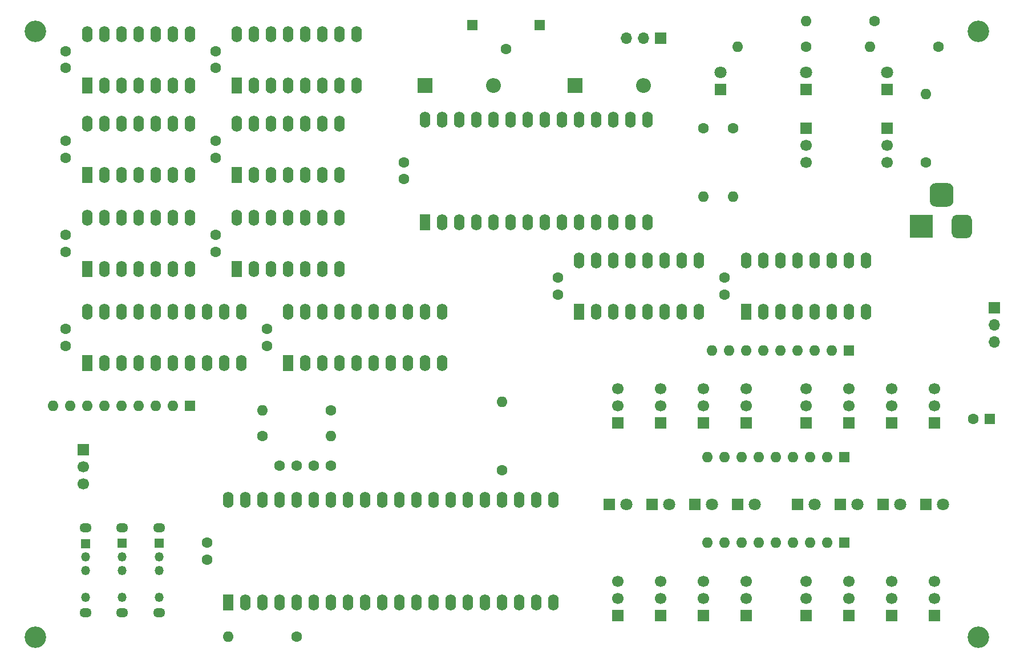
<source format=gbs>
G04 #@! TF.GenerationSoftware,KiCad,Pcbnew,(5.1.9)-1*
G04 #@! TF.CreationDate,2025-11-02T13:22:50+09:00*
G04 #@! TF.ProjectId,ECOM-800,45434f4d-2d38-4303-902e-6b696361645f,rev?*
G04 #@! TF.SameCoordinates,PX53920b0PY93c3260*
G04 #@! TF.FileFunction,Soldermask,Bot*
G04 #@! TF.FilePolarity,Negative*
%FSLAX46Y46*%
G04 Gerber Fmt 4.6, Leading zero omitted, Abs format (unit mm)*
G04 Created by KiCad (PCBNEW (5.1.9)-1) date 2025-11-02 13:22:50*
%MOMM*%
%LPD*%
G01*
G04 APERTURE LIST*
%ADD10C,3.200000*%
%ADD11C,1.600000*%
%ADD12R,1.600000X1.600000*%
%ADD13R,1.800000X1.800000*%
%ADD14C,1.800000*%
%ADD15R,3.500000X3.500000*%
%ADD16O,1.600000X1.600000*%
%ADD17R,1.700000X1.700000*%
%ADD18O,1.700000X1.700000*%
%ADD19C,1.700000*%
%ADD20O,1.600000X2.400000*%
%ADD21R,1.600000X2.400000*%
%ADD22O,1.800000X1.350000*%
%ADD23R,1.350000X1.350000*%
%ADD24O,1.350000X1.350000*%
%ADD25O,2.200000X2.200000*%
%ADD26R,2.200000X2.200000*%
%ADD27R,1.500000X1.500000*%
G04 APERTURE END LIST*
D10*
X5000000Y95000000D03*
X145000000Y95000000D03*
X145000000Y5000000D03*
X5000000Y5000000D03*
D11*
X9525000Y89575000D03*
X9525000Y92075000D03*
X9525000Y78740000D03*
X9525000Y76240000D03*
X31750000Y92075000D03*
X31750000Y89575000D03*
X30480000Y19050000D03*
X30480000Y16550000D03*
X31750000Y76240000D03*
X31750000Y78740000D03*
X9525000Y62270000D03*
X9525000Y64770000D03*
X59690000Y73065000D03*
X59690000Y75565000D03*
X31750000Y64770000D03*
X31750000Y62270000D03*
X82550000Y58420000D03*
X82550000Y55920000D03*
X107315000Y55920000D03*
X107315000Y58420000D03*
X39370000Y48300000D03*
X39370000Y50800000D03*
X9525000Y50800000D03*
X9525000Y48300000D03*
D12*
X146685000Y37465000D03*
D11*
X144185000Y37465000D03*
X48855000Y30480000D03*
X46355000Y30480000D03*
X43775000Y30480000D03*
X41275000Y30480000D03*
D13*
X106680000Y86360000D03*
D14*
X106680000Y88900000D03*
X119380000Y88900000D03*
D13*
X119380000Y86360000D03*
X131445000Y86360000D03*
D14*
X131445000Y88900000D03*
D13*
X90170000Y24765000D03*
D14*
X92710000Y24765000D03*
X99060000Y24765000D03*
D13*
X96520000Y24765000D03*
X102870000Y24765000D03*
D14*
X105410000Y24765000D03*
X111760000Y24765000D03*
D13*
X109220000Y24765000D03*
X118110000Y24765000D03*
D14*
X120650000Y24765000D03*
X127000000Y24765000D03*
D13*
X124460000Y24765000D03*
X130810000Y24765000D03*
D14*
X133350000Y24765000D03*
X139700000Y24765000D03*
D13*
X137160000Y24765000D03*
D15*
X136525000Y66040000D03*
G36*
G01*
X144025000Y67040000D02*
X144025000Y65040000D01*
G75*
G02*
X143275000Y64290000I-750000J0D01*
G01*
X141775000Y64290000D01*
G75*
G02*
X141025000Y65040000I0J750000D01*
G01*
X141025000Y67040000D01*
G75*
G02*
X141775000Y67790000I750000J0D01*
G01*
X143275000Y67790000D01*
G75*
G02*
X144025000Y67040000I0J-750000D01*
G01*
G37*
G36*
G01*
X141275000Y71615000D02*
X141275000Y69865000D01*
G75*
G02*
X140400000Y68990000I-875000J0D01*
G01*
X138650000Y68990000D01*
G75*
G02*
X137775000Y69865000I0J875000D01*
G01*
X137775000Y71615000D01*
G75*
G02*
X138650000Y72490000I875000J0D01*
G01*
X140400000Y72490000D01*
G75*
G02*
X141275000Y71615000I0J-875000D01*
G01*
G37*
D16*
X108585000Y70485000D03*
D11*
X108585000Y80645000D03*
D16*
X137160000Y85725000D03*
D11*
X137160000Y75565000D03*
X104140000Y80645000D03*
D16*
X104140000Y70485000D03*
X33655000Y5080000D03*
D11*
X43815000Y5080000D03*
X74295000Y29845000D03*
D16*
X74295000Y40005000D03*
X38735000Y38735000D03*
D11*
X48895000Y38735000D03*
X38735000Y34925000D03*
D16*
X48895000Y34925000D03*
X109220000Y92710000D03*
D11*
X119380000Y92710000D03*
X129540000Y96520000D03*
D16*
X119380000Y96520000D03*
X128905000Y92710000D03*
D11*
X139065000Y92710000D03*
D17*
X147320000Y53975000D03*
D18*
X147320000Y51435000D03*
X147320000Y48895000D03*
D17*
X12145000Y32915000D03*
D19*
X12145000Y30375000D03*
X12145000Y27835000D03*
D17*
X131445000Y80645000D03*
D19*
X131445000Y78105000D03*
X131445000Y75565000D03*
X119380000Y75565000D03*
X119380000Y78105000D03*
D17*
X119380000Y80645000D03*
D19*
X91440000Y13335000D03*
X91440000Y10795000D03*
D17*
X91440000Y8255000D03*
X97790000Y8255000D03*
D19*
X97790000Y10795000D03*
X97790000Y13335000D03*
D17*
X104140000Y8255000D03*
D19*
X104140000Y10795000D03*
X104140000Y13335000D03*
D17*
X110490000Y8255000D03*
D19*
X110490000Y10795000D03*
X110490000Y13335000D03*
X119380000Y13335000D03*
X119380000Y10795000D03*
D17*
X119380000Y8255000D03*
D19*
X125730000Y13335000D03*
X125730000Y10795000D03*
D17*
X125730000Y8255000D03*
X132080000Y8255000D03*
D19*
X132080000Y10795000D03*
X132080000Y13335000D03*
X138430000Y13335000D03*
X138430000Y10795000D03*
D17*
X138430000Y8255000D03*
X91440000Y36830000D03*
D19*
X91440000Y39370000D03*
X91440000Y41910000D03*
X97790000Y41910000D03*
X97790000Y39370000D03*
D17*
X97790000Y36830000D03*
D19*
X104140000Y41910000D03*
X104140000Y39370000D03*
D17*
X104140000Y36830000D03*
X110490000Y36830000D03*
D19*
X110490000Y39370000D03*
X110490000Y41910000D03*
X119380000Y41910000D03*
X119380000Y39370000D03*
D17*
X119380000Y36830000D03*
X125730000Y36830000D03*
D19*
X125730000Y39370000D03*
X125730000Y41910000D03*
X132080000Y41910000D03*
X132080000Y39370000D03*
D17*
X132080000Y36830000D03*
X138430000Y36830000D03*
D19*
X138430000Y39370000D03*
X138430000Y41910000D03*
D20*
X12700000Y94615000D03*
X27940000Y86995000D03*
X15240000Y94615000D03*
X25400000Y86995000D03*
X17780000Y94615000D03*
X22860000Y86995000D03*
X20320000Y94615000D03*
X20320000Y86995000D03*
X22860000Y94615000D03*
X17780000Y86995000D03*
X25400000Y94615000D03*
X15240000Y86995000D03*
X27940000Y94615000D03*
D21*
X12700000Y86995000D03*
X12700000Y73660000D03*
D20*
X27940000Y81280000D03*
X15240000Y73660000D03*
X25400000Y81280000D03*
X17780000Y73660000D03*
X22860000Y81280000D03*
X20320000Y73660000D03*
X20320000Y81280000D03*
X22860000Y73660000D03*
X17780000Y81280000D03*
X25400000Y73660000D03*
X15240000Y81280000D03*
X27940000Y73660000D03*
X12700000Y81280000D03*
D21*
X34925000Y86995000D03*
D20*
X52705000Y94615000D03*
X37465000Y86995000D03*
X50165000Y94615000D03*
X40005000Y86995000D03*
X47625000Y94615000D03*
X42545000Y86995000D03*
X45085000Y94615000D03*
X45085000Y86995000D03*
X42545000Y94615000D03*
X47625000Y86995000D03*
X40005000Y94615000D03*
X50165000Y86995000D03*
X37465000Y94615000D03*
X52705000Y86995000D03*
X34925000Y94615000D03*
D21*
X33655000Y10160000D03*
D20*
X81915000Y25400000D03*
X36195000Y10160000D03*
X79375000Y25400000D03*
X38735000Y10160000D03*
X76835000Y25400000D03*
X41275000Y10160000D03*
X74295000Y25400000D03*
X43815000Y10160000D03*
X71755000Y25400000D03*
X46355000Y10160000D03*
X69215000Y25400000D03*
X48895000Y10160000D03*
X66675000Y25400000D03*
X51435000Y10160000D03*
X64135000Y25400000D03*
X53975000Y10160000D03*
X61595000Y25400000D03*
X56515000Y10160000D03*
X59055000Y25400000D03*
X59055000Y10160000D03*
X56515000Y25400000D03*
X61595000Y10160000D03*
X53975000Y25400000D03*
X64135000Y10160000D03*
X51435000Y25400000D03*
X66675000Y10160000D03*
X48895000Y25400000D03*
X69215000Y10160000D03*
X46355000Y25400000D03*
X71755000Y10160000D03*
X43815000Y25400000D03*
X74295000Y10160000D03*
X41275000Y25400000D03*
X76835000Y10160000D03*
X38735000Y25400000D03*
X79375000Y10160000D03*
X36195000Y25400000D03*
X81915000Y10160000D03*
X33655000Y25400000D03*
D21*
X34925000Y73660000D03*
D20*
X50165000Y81280000D03*
X37465000Y73660000D03*
X47625000Y81280000D03*
X40005000Y73660000D03*
X45085000Y81280000D03*
X42545000Y73660000D03*
X42545000Y81280000D03*
X45085000Y73660000D03*
X40005000Y81280000D03*
X47625000Y73660000D03*
X37465000Y81280000D03*
X50165000Y73660000D03*
X34925000Y81280000D03*
D21*
X12700000Y59690000D03*
D20*
X27940000Y67310000D03*
X15240000Y59690000D03*
X25400000Y67310000D03*
X17780000Y59690000D03*
X22860000Y67310000D03*
X20320000Y59690000D03*
X20320000Y67310000D03*
X22860000Y59690000D03*
X17780000Y67310000D03*
X25400000Y59690000D03*
X15240000Y67310000D03*
X27940000Y59690000D03*
X12700000Y67310000D03*
X34925000Y67310000D03*
X50165000Y59690000D03*
X37465000Y67310000D03*
X47625000Y59690000D03*
X40005000Y67310000D03*
X45085000Y59690000D03*
X42545000Y67310000D03*
X42545000Y59690000D03*
X45085000Y67310000D03*
X40005000Y59690000D03*
X47625000Y67310000D03*
X37465000Y59690000D03*
X50165000Y67310000D03*
D21*
X34925000Y59690000D03*
X85725000Y53340000D03*
D20*
X103505000Y60960000D03*
X88265000Y53340000D03*
X100965000Y60960000D03*
X90805000Y53340000D03*
X98425000Y60960000D03*
X93345000Y53340000D03*
X95885000Y60960000D03*
X95885000Y53340000D03*
X93345000Y60960000D03*
X98425000Y53340000D03*
X90805000Y60960000D03*
X100965000Y53340000D03*
X88265000Y60960000D03*
X103505000Y53340000D03*
X85725000Y60960000D03*
X110490000Y60960000D03*
X128270000Y53340000D03*
X113030000Y60960000D03*
X125730000Y53340000D03*
X115570000Y60960000D03*
X123190000Y53340000D03*
X118110000Y60960000D03*
X120650000Y53340000D03*
X120650000Y60960000D03*
X118110000Y53340000D03*
X123190000Y60960000D03*
X115570000Y53340000D03*
X125730000Y60960000D03*
X113030000Y53340000D03*
X128270000Y60960000D03*
D21*
X110490000Y53340000D03*
D20*
X42545000Y53340000D03*
X65405000Y45720000D03*
X45085000Y53340000D03*
X62865000Y45720000D03*
X47625000Y53340000D03*
X60325000Y45720000D03*
X50165000Y53340000D03*
X57785000Y45720000D03*
X52705000Y53340000D03*
X55245000Y45720000D03*
X55245000Y53340000D03*
X52705000Y45720000D03*
X57785000Y53340000D03*
X50165000Y45720000D03*
X60325000Y53340000D03*
X47625000Y45720000D03*
X62865000Y53340000D03*
X45085000Y45720000D03*
X65405000Y53340000D03*
D21*
X42545000Y45720000D03*
X12700000Y45720000D03*
D20*
X35560000Y53340000D03*
X15240000Y45720000D03*
X33020000Y53340000D03*
X17780000Y45720000D03*
X30480000Y53340000D03*
X20320000Y45720000D03*
X27940000Y53340000D03*
X22860000Y45720000D03*
X25400000Y53340000D03*
X25400000Y45720000D03*
X22860000Y53340000D03*
X27940000Y45720000D03*
X20320000Y53340000D03*
X30480000Y45720000D03*
X17780000Y53340000D03*
X33020000Y45720000D03*
X15240000Y53340000D03*
X35560000Y45720000D03*
X12700000Y53340000D03*
D12*
X125095000Y31750000D03*
D16*
X122555000Y31750000D03*
X120015000Y31750000D03*
X117475000Y31750000D03*
X114935000Y31750000D03*
X112395000Y31750000D03*
X109855000Y31750000D03*
X107315000Y31750000D03*
X104775000Y31750000D03*
D12*
X125730000Y47625000D03*
D16*
X123190000Y47625000D03*
X120650000Y47625000D03*
X118110000Y47625000D03*
X115570000Y47625000D03*
X113030000Y47625000D03*
X110490000Y47625000D03*
X107950000Y47625000D03*
X105410000Y47625000D03*
X104775000Y19050000D03*
X107315000Y19050000D03*
X109855000Y19050000D03*
X112395000Y19050000D03*
X114935000Y19050000D03*
X117475000Y19050000D03*
X120015000Y19050000D03*
X122555000Y19050000D03*
D12*
X125095000Y19050000D03*
X27940000Y39370000D03*
D16*
X25400000Y39370000D03*
X22860000Y39370000D03*
X20320000Y39370000D03*
X17780000Y39370000D03*
X15240000Y39370000D03*
X12700000Y39370000D03*
X10160000Y39370000D03*
X7620000Y39370000D03*
D21*
X62865000Y66675000D03*
D20*
X95885000Y81915000D03*
X65405000Y66675000D03*
X93345000Y81915000D03*
X67945000Y66675000D03*
X90805000Y81915000D03*
X70485000Y66675000D03*
X88265000Y81915000D03*
X73025000Y66675000D03*
X85725000Y81915000D03*
X75565000Y66675000D03*
X83185000Y81915000D03*
X78105000Y66675000D03*
X80645000Y81915000D03*
X80645000Y66675000D03*
X78105000Y81915000D03*
X83185000Y66675000D03*
X75565000Y81915000D03*
X85725000Y66675000D03*
X73025000Y81915000D03*
X88265000Y66675000D03*
X70485000Y81915000D03*
X90805000Y66675000D03*
X67945000Y81915000D03*
X93345000Y66675000D03*
X65405000Y81915000D03*
X95885000Y66675000D03*
X62865000Y81915000D03*
D22*
X12446000Y21255000D03*
D23*
X12446000Y18955000D03*
D24*
X12446000Y16955000D03*
X12446000Y14955000D03*
X12446000Y10955000D03*
D22*
X12446000Y8655000D03*
X17907000Y8670000D03*
D24*
X17907000Y10970000D03*
X17907000Y14970000D03*
X17907000Y16970000D03*
D23*
X17907000Y18970000D03*
D22*
X17907000Y21270000D03*
X23368000Y21270000D03*
D23*
X23368000Y18970000D03*
D24*
X23368000Y16970000D03*
X23368000Y14970000D03*
X23368000Y10970000D03*
D22*
X23368000Y8670000D03*
D25*
X95250000Y86995000D03*
D26*
X85090000Y86995000D03*
X62865000Y86995000D03*
D25*
X73025000Y86995000D03*
D17*
X97790000Y93980000D03*
D18*
X95250000Y93980000D03*
X92710000Y93980000D03*
D11*
X74910000Y92365000D03*
D27*
X79910000Y95965000D03*
X69910000Y95965000D03*
M02*

</source>
